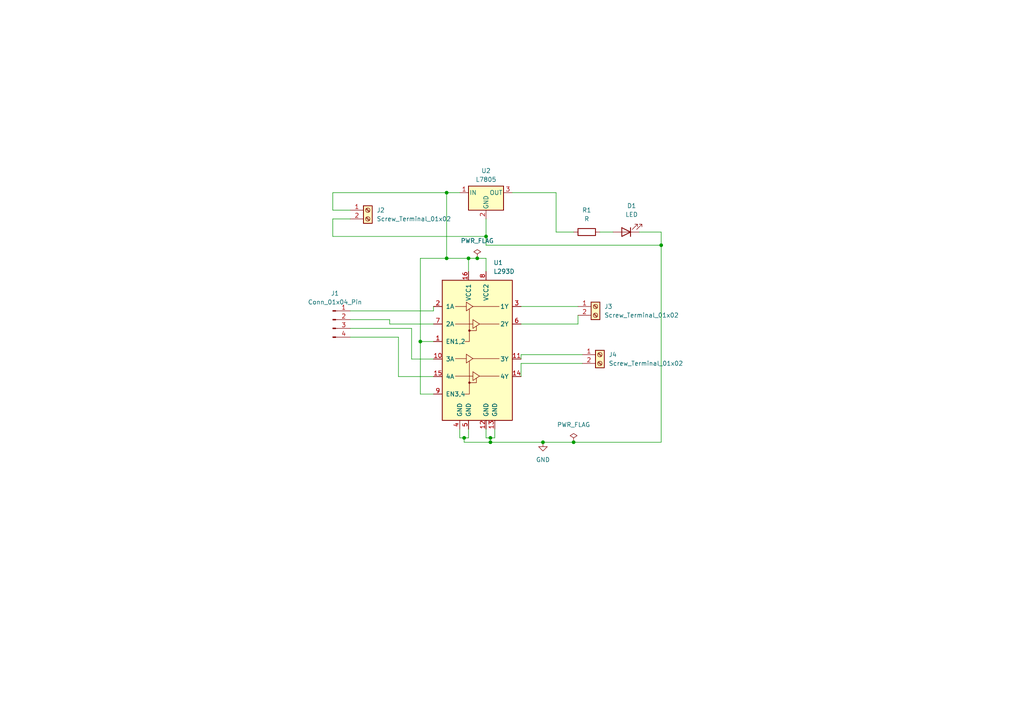
<source format=kicad_sch>
(kicad_sch (version 20250114) (generator "eeschema") (generator_version "9.0")
  (paper "A4")
  (lib_symbols
    (symbol "Connector:Conn_01x04_Pin" (pin_names (offset 1.016) (hide yes))
      (property "Reference" "J" (at 0 5.08 0))
      (property "Value" "Conn_01x04_Pin" (at 0 -7.62 0))
      (symbol "Conn_01x04_Pin_1_1"
        (rectangle (start 0.8636 2.667) (end 0 2.413) (stroke (width 0.1524)) (fill (type outline)))
        (rectangle (start 0.8636 0.127) (end 0 -0.127) (stroke (width 0.1524)) (fill (type outline)))
        (rectangle (start 0.8636 -2.413) (end 0 -2.667) (stroke (width 0.1524)) (fill (type outline)))
        (rectangle (start 0.8636 -4.953) (end 0 -5.207) (stroke (width 0.1524)) (fill (type outline)))
        (polyline (pts (xy 1.27 2.54) (xy 0.8636 2.54)) (stroke (width 0.1524)))
        (polyline (pts (xy 1.27 0) (xy 0.8636 0)) (stroke (width 0.1524)))
        (polyline (pts (xy 1.27 -2.54) (xy 0.8636 -2.54)) (stroke (width 0.1524)))
        (polyline (pts (xy 1.27 -5.08) (xy 0.8636 -5.08)) (stroke (width 0.1524)))
        (pin passive line (at 5.08 2.54 180) (length 3.81) (name "Pin_1") (number "1"))
        (pin passive line (at 5.08 0 180) (length 3.81) (name "Pin_2") (number "2"))
        (pin passive line (at 5.08 -2.54 180) (length 3.81) (name "Pin_3") (number "3"))
        (pin passive line (at 5.08 -5.08 180) (length 3.81) (name "Pin_4") (number "4"))
      )
    )
    (symbol "Connector:Screw_Terminal_01x02" (pin_names (offset 1.016) (hide yes))
      (property "Reference" "J" (at 0 2.54 0))
      (property "Value" "Screw_Terminal_01x02" (at 0 -5.08 0))
      (symbol "Screw_Terminal_01x02_1_1"
        (rectangle (start -1.27 1.27) (end 1.27 -3.81) (stroke (width 0.254)) (fill (type background)))
        (polyline (pts (xy -0.5334 0.3302) (xy 0.3302 -0.508)) (stroke (width 0.1524)))
        (polyline (pts (xy -0.5334 -2.2098) (xy 0.3302 -3.048)) (stroke (width 0.1524)))
        (polyline (pts (xy -0.3556 0.508) (xy 0.508 -0.3302)) (stroke (width 0.1524)))
        (polyline (pts (xy -0.3556 -2.032) (xy 0.508 -2.8702)) (stroke (width 0.1524)))
        (circle (center 0 0) (radius 0.635) (stroke (width 0.1524)))
        (circle (center 0 -2.54) (radius 0.635) (stroke (width 0.1524)))
        (pin passive line (at -5.08 0 0) (length 3.81) (name "Pin_1") (number "1"))
        (pin passive line (at -5.08 -2.54 0) (length 3.81) (name "Pin_2") (number "2"))
      )
    )
    (symbol "Device:LED" (pin_numbers (hide yes)) (pin_names (offset 1.016) (hide yes))
      (property "Reference" "D" (at 0 2.54 0))
      (property "Value" "LED" (at 0 -2.54 0))
      (symbol "LED_0_1"
        (polyline (pts (xy -3.048 -0.762) (xy -4.572 -2.286) (xy -3.81 -2.286) (xy -4.572 -2.286) (xy -4.572 -1.524)))
        (polyline (pts (xy -1.778 -0.762) (xy -3.302 -2.286) (xy -2.54 -2.286) (xy -3.302 -2.286) (xy -3.302 -1.524)))
        (polyline (pts (xy -1.27 0) (xy 1.27 0)))
        (polyline (pts (xy -1.27 -1.27) (xy -1.27 1.27)) (stroke (width 0.254)))
        (polyline (pts (xy 1.27 -1.27) (xy 1.27 1.27) (xy -1.27 0) (xy 1.27 -1.27)) (stroke (width 0.254)))
      )
      (symbol "LED_1_1"
        (pin passive line (at -3.81 0 0) (length 2.54) (name "K") (number "1"))
        (pin passive line (at 3.81 0 180) (length 2.54) (name "A") (number "2"))
      )
    )
    (symbol "Device:R" (pin_numbers (hide yes)) (pin_names (offset 0))
      (property "Reference" "R" (at 2.032 0 90))
      (property "Value" "R" (at 0 0 90))
      (symbol "R_0_1"
        (rectangle (start -1.016 -2.54) (end 1.016 2.54) (stroke (width 0.254)))
      )
      (symbol "R_1_1"
        (pin passive line (at 0 3.81 270) (length 1.27) (name "~") (number "1"))
        (pin passive line (at 0 -3.81 90) (length 1.27) (name "~") (number "2"))
      )
    )
    (symbol "Driver_Motor:L293D" (pin_names (offset 1.016))
      (property "Reference" "U" (at -5.08 26.035 0))
      (property "Value" "L293D" (at -5.08 24.13 0))
      (symbol "L293D_0_1"
        (rectangle (start -10.16 22.86) (end 10.16 -17.78) (stroke (width 0.254)) (fill (type background)))
        (polyline (pts (xy -6.35 15.24) (xy -3.175 15.24)))
        (polyline (pts (xy -6.35 10.16) (xy -1.27 10.16)))
        (polyline (pts (xy -6.35 0.127) (xy -3.175 0.127)))
        (polyline (pts (xy -6.35 -4.953) (xy -1.27 -4.953)))
        (polyline (pts (xy -3.175 16.51) (xy -3.175 13.97) (xy -1.27 15.24) (xy -3.175 16.51)))
        (polyline (pts (xy -3.175 1.397) (xy -3.175 -1.143) (xy -1.27 0.127) (xy -3.175 1.397)))
        (polyline (pts (xy -2.286 14.478) (xy -2.286 5.08) (xy -3.556 5.08)))
        (circle (center -2.286 8.255) (radius 0.254) (fill (type outline)))
        (polyline (pts (xy -2.286 8.255) (xy -0.254 8.255) (xy -0.254 9.525)))
        (polyline (pts (xy -2.286 -0.635) (xy -2.286 -10.16) (xy -3.556 -10.16)))
        (circle (center -2.286 -6.858) (radius 0.254) (fill (type outline)))
        (polyline (pts (xy -2.286 -6.858) (xy -0.254 -6.858) (xy -0.254 -5.588)))
        (polyline (pts (xy -1.27 15.24) (xy 6.35 15.24)))
        (polyline (pts (xy -1.27 11.43) (xy -1.27 8.89) (xy 0.635 10.16) (xy -1.27 11.43)))
        (polyline (pts (xy -1.27 0.127) (xy 6.35 0.127)))
        (polyline (pts (xy -1.27 -3.683) (xy -1.27 -6.223) (xy 0.635 -4.953) (xy -1.27 -3.683)))
        (polyline (pts (xy 0.635 10.16) (xy 6.35 10.16)))
        (polyline (pts (xy 0.635 -4.953) (xy 6.35 -4.953)))
      )
      (symbol "L293D_1_1"
        (pin input line (at -12.7 15.24 0) (length 2.54) (name "1A") (number "2"))
        (pin input line (at -12.7 10.16 0) (length 2.54) (name "2A") (number "7"))
        (pin input line (at -12.7 5.08 0) (length 2.54) (name "EN1,2") (number "1"))
        (pin input line (at -12.7 0 0) (length 2.54) (name "3A") (number "10"))
        (pin input line (at -12.7 -5.08 0) (length 2.54) (name "4A") (number "15"))
        (pin input line (at -12.7 -10.16 0) (length 2.54) (name "EN3,4") (number "9"))
        (pin power_in line (at -5.08 -20.32 90) (length 2.54) (name "GND") (number "4"))
        (pin power_in line (at -2.54 25.4 270) (length 2.54) (name "VCC1") (number "16"))
        (pin power_in line (at -2.54 -20.32 90) (length 2.54) (name "GND") (number "5"))
        (pin power_in line (at 2.54 25.4 270) (length 2.54) (name "VCC2") (number "8"))
        (pin power_in line (at 2.54 -20.32 90) (length 2.54) (name "GND") (number "12"))
        (pin power_in line (at 5.08 -20.32 90) (length 2.54) (name "GND") (number "13"))
        (pin output line (at 12.7 15.24 180) (length 2.54) (name "1Y") (number "3"))
        (pin output line (at 12.7 10.16 180) (length 2.54) (name "2Y") (number "6"))
        (pin output line (at 12.7 0 180) (length 2.54) (name "3Y") (number "11"))
        (pin output line (at 12.7 -5.08 180) (length 2.54) (name "4Y") (number "14"))
      )
    )
    (symbol "Regulator_Linear:L7805" (pin_names (offset 0.254))
      (property "Reference" "U" (at -3.81 3.175 0))
      (property "Value" "L7805" (at 0 3.175 0))
      (symbol "L7805_0_1"
        (rectangle (start -5.08 1.905) (end 5.08 -5.08) (stroke (width 0.254)) (fill (type background)))
      )
      (symbol "L7805_1_1"
        (pin power_in line (at -7.62 0 0) (length 2.54) (name "IN") (number "1"))
        (pin power_in line (at 0 -7.62 90) (length 2.54) (name "GND") (number "2"))
        (pin power_out line (at 7.62 0 180) (length 2.54) (name "OUT") (number "3"))
      )
    )
    (symbol "power:GND" (power) (pin_numbers (hide yes)) (pin_names (offset 0) (hide yes))
      (property "Value" "GND" (at 0 -3.81 0))
      (symbol "GND_0_1"
        (polyline (pts (xy 0 0) (xy 0 -1.27) (xy 1.27 -1.27) (xy 0 -2.54) (xy -1.27 -1.27) (xy 0 -1.27)))
      )
      (symbol "GND_1_1"
        (pin power_in line (at 0 0 270) (length 0) (name "~") (number "1"))
      )
    )
    (symbol "power:PWR_FLAG" (power) (pin_numbers (hide yes)) (pin_names (offset 0) (hide yes))
      (property "Value" "PWR_FLAG" (at 0 3.81 0))
      (symbol "PWR_FLAG_0_0"
        (pin power_out line (at 0 0 90) (length 0) (name "~") (number "1"))
      )
      (symbol "PWR_FLAG_0_1"
        (polyline (pts (xy 0 0) (xy 0 1.27) (xy -1.016 1.905) (xy 0 2.54) (xy 1.016 1.905) (xy 0 1.27)))
      )
    )
  )
  (junction (at 121.92 99.06))
  (junction (at 135.89 74.93))
  (junction (at 138.43 74.93))
  (junction (at 142.24 127))
  (junction (at 129.54 55.88))
  (junction (at 142.24 128.27))
  (junction (at 140.97 68.58))
  (junction (at 166.37 128.27))
  (junction (at 129.54 74.93))
  (junction (at 191.77 71.12))
  (junction (at 157.48 128.27))
  (junction (at 134.62 127))
  (wire (pts (xy 135.89 74.93) (xy 135.89 78.74)))
  (wire (pts (xy 129.54 74.93) (xy 121.92 74.93)))
  (wire (pts (xy 96.52 60.96) (xy 96.52 55.88)))
  (wire (pts (xy 168.91 105.41) (xy 151.13 105.41)))
  (wire (pts (xy 166.37 128.27) (xy 157.48 128.27)))
  (wire (pts (xy 133.35 124.46) (xy 133.35 127)))
  (wire (pts (xy 161.29 67.31) (xy 166.37 67.31)))
  (wire (pts (xy 148.59 55.88) (xy 161.29 55.88)))
  (wire (pts (xy 101.6 97.79) (xy 115.57 97.79)))
  (wire (pts (xy 185.42 67.31) (xy 191.77 67.31)))
  (wire (pts (xy 140.97 124.46) (xy 140.97 127)))
  (wire (pts (xy 101.6 60.96) (xy 96.52 60.96)))
  (wire (pts (xy 140.97 63.5) (xy 140.97 68.58)))
  (wire (pts (xy 121.92 114.3) (xy 121.92 99.06)))
  (wire (pts (xy 134.62 127) (xy 135.89 127)))
  (wire (pts (xy 119.38 95.25) (xy 119.38 104.14)))
  (wire (pts (xy 191.77 128.27) (xy 166.37 128.27)))
  (wire (pts (xy 101.6 92.71) (xy 113.03 92.71)))
  (wire (pts (xy 173.99 67.31) (xy 177.8 67.31)))
  (wire (pts (xy 140.97 71.12) (xy 140.97 68.58)))
  (wire (pts (xy 119.38 104.14) (xy 125.73 104.14)))
  (wire (pts (xy 151.13 102.87) (xy 151.13 104.14)))
  (wire (pts (xy 168.91 102.87) (xy 151.13 102.87)))
  (wire (pts (xy 142.24 127) (xy 142.24 128.27)))
  (wire (pts (xy 96.52 63.5) (xy 96.52 68.58)))
  (wire (pts (xy 140.97 78.74) (xy 140.97 74.93)))
  (wire (pts (xy 191.77 67.31) (xy 191.77 71.12)))
  (wire (pts (xy 129.54 55.88) (xy 129.54 74.93)))
  (wire (pts (xy 115.57 97.79) (xy 115.57 109.22)))
  (wire (pts (xy 133.35 127) (xy 134.62 127)))
  (wire (pts (xy 151.13 105.41) (xy 151.13 109.22)))
  (wire (pts (xy 140.97 74.93) (xy 138.43 74.93)))
  (wire (pts (xy 135.89 127) (xy 135.89 124.46)))
  (wire (pts (xy 191.77 71.12) (xy 191.77 128.27)))
  (wire (pts (xy 142.24 127) (xy 143.51 127)))
  (wire (pts (xy 140.97 127) (xy 142.24 127)))
  (wire (pts (xy 121.92 74.93) (xy 121.92 99.06)))
  (wire (pts (xy 101.6 95.25) (xy 119.38 95.25)))
  (wire (pts (xy 125.73 93.98) (xy 113.03 93.98)))
  (wire (pts (xy 151.13 88.9) (xy 167.64 88.9)))
  (wire (pts (xy 96.52 68.58) (xy 140.97 68.58)))
  (wire (pts (xy 115.57 109.22) (xy 125.73 109.22)))
  (wire (pts (xy 129.54 55.88) (xy 133.35 55.88)))
  (wire (pts (xy 135.89 74.93) (xy 129.54 74.93)))
  (wire (pts (xy 121.92 99.06) (xy 125.73 99.06)))
  (wire (pts (xy 134.62 127) (xy 134.62 128.27)))
  (wire (pts (xy 138.43 74.93) (xy 135.89 74.93)))
  (wire (pts (xy 96.52 55.88) (xy 129.54 55.88)))
  (wire (pts (xy 125.73 90.17) (xy 125.73 88.9)))
  (wire (pts (xy 151.13 93.98) (xy 167.64 93.98)))
  (wire (pts (xy 143.51 124.46) (xy 143.51 127)))
  (wire (pts (xy 125.73 114.3) (xy 121.92 114.3)))
  (wire (pts (xy 157.48 128.27) (xy 142.24 128.27)))
  (wire (pts (xy 113.03 93.98) (xy 113.03 92.71)))
  (wire (pts (xy 142.24 128.27) (xy 134.62 128.27)))
  (wire (pts (xy 161.29 55.88) (xy 161.29 67.31)))
  (wire (pts (xy 101.6 63.5) (xy 96.52 63.5)))
  (wire (pts (xy 191.77 71.12) (xy 140.97 71.12)))
  (wire (pts (xy 101.6 90.17) (xy 125.73 90.17)))
  (wire (pts (xy 167.64 93.98) (xy 167.64 91.44)))
  (symbol (lib_id "Device:LED") (at 181.61 67.31 180) (unit 1)
    (property "Reference" "D1" (at 183.1975 59.69 0))
    (property "Value" "LED" (at 183.1975 62.23 0))
    (property "Footprint" "LED_THT:LED_D3.0mm" (effects (hide yes)))
    (property "Description" "Light emitting diode" (effects (hide yes)))
    (property "Sim.Pins" "1=K 2=A" (effects (hide yes)))
  )
  (symbol (lib_id "Driver_Motor:L293D") (at 138.43 104.14 0) (unit 1)
    (property "Reference" "U1" (at 143.1133 76.2 0) (effects (justify left)))
    (property "Value" "L293D" (at 143.1133 78.74 0) (effects (justify left)))
    (property "Footprint" "Package_DIP:DIP-16_W7.62mm" (effects (hide yes)))
    (property "Datasheet" "http://www.ti.com/lit/ds/symlink/l293.pdf" (effects (hide yes)))
    (property "Description" "Quadruple Half-H Drivers" (effects (hide yes)))
  )
  (symbol (lib_id "power:GND") (at 157.48 128.27 0) (unit 1)
    (property "Reference" "#PWR01" (effects (hide yes)))
    (property "Value" "GND" (at 157.48 133.35 0))
    (property "Description" "Power symbol creates a global label with name \"GND\" , ground" (effects (hide yes)))
  )
  (symbol (lib_id "power:PWR_FLAG") (at 138.43 74.93 0) (unit 1)
    (property "Reference" "#FLG02" (effects (hide yes)))
    (property "Value" "PWR_FLAG" (at 138.43 69.85 0))
    (property "Description" "Special symbol for telling ERC where power comes from" (effects (hide yes)))
  )
  (symbol (lib_id "Connector:Screw_Terminal_01x02") (at 172.72 88.9 0) (unit 1)
    (property "Reference" "J3" (at 175.26 88.8999 0) (effects (justify left)))
    (property "Value" "Screw_Terminal_01x02" (at 175.26 91.4399 0) (effects (justify left)))
    (property "Footprint" "TerminalBlock_Phoenix:TerminalBlock_Phoenix_MKDS-1,5-2-5.08_1x02_P5.08mm_Horizontal" (effects (hide yes)))
    (property "Description" "Generic screw terminal, single row, 01x02, script generated (kicad-library-utils/schlib/autogen/connector/)" (effects (hide yes)))
  )
  (symbol (lib_id "Connector:Screw_Terminal_01x02") (at 106.68 60.96 0) (unit 1)
    (property "Reference" "J2" (at 109.22 60.9599 0) (effects (justify left)))
    (property "Value" "Screw_Terminal_01x02" (at 109.22 63.4999 0) (effects (justify left)))
    (property "Footprint" "TerminalBlock_Phoenix:TerminalBlock_Phoenix_MKDS-1,5-2-5.08_1x02_P5.08mm_Horizontal" (effects (hide yes)))
    (property "Description" "Generic screw terminal, single row, 01x02, script generated (kicad-library-utils/schlib/autogen/connector/)" (effects (hide yes)))
  )
  (symbol (lib_id "Device:R") (at 170.18 67.31 90) (unit 1)
    (property "Reference" "R1" (at 170.18 60.96 90))
    (property "Value" "R" (at 170.18 63.5 90))
    (property "Footprint" "Resistor_THT:R_Axial_DIN0204_L3.6mm_D1.6mm_P5.08mm_Horizontal" (effects (hide yes)))
    (property "Description" "Resistor" (effects (hide yes)))
  )
  (symbol (lib_id "Connector:Screw_Terminal_01x02") (at 173.99 102.87 0) (unit 1)
    (property "Reference" "J4" (at 176.53 102.8699 0) (effects (justify left)))
    (property "Value" "Screw_Terminal_01x02" (at 176.53 105.4099 0) (effects (justify left)))
    (property "Footprint" "TerminalBlock_Phoenix:TerminalBlock_Phoenix_MKDS-1,5-2-5.08_1x02_P5.08mm_Horizontal" (effects (hide yes)))
    (property "Description" "Generic screw terminal, single row, 01x02, script generated (kicad-library-utils/schlib/autogen/connector/)" (effects (hide yes)))
  )
  (symbol (lib_id "power:PWR_FLAG") (at 166.37 128.27 0) (unit 1)
    (property "Reference" "#FLG01" (effects (hide yes)))
    (property "Value" "PWR_FLAG" (at 166.37 123.19 0))
    (property "Description" "Special symbol for telling ERC where power comes from" (effects (hide yes)))
  )
  (symbol (lib_id "Connector:Conn_01x04_Pin") (at 96.52 92.71 0) (unit 1)
    (property "Reference" "J1" (at 97.155 85.09 0))
    (property "Value" "Conn_01x04_Pin" (at 97.155 87.63 0))
    (property "Footprint" "Connector:FanPinHeader_1x04_P2.54mm_Vertical" (effects (hide yes)))
    (property "Description" "Generic connector, single row, 01x04, script generated" (effects (hide yes)))
  )
  (symbol (lib_id "Regulator_Linear:L7805") (at 140.97 55.88 0) (unit 1)
    (property "Reference" "U2" (at 140.97 49.53 0))
    (property "Value" "L7805" (at 140.97 52.07 0))
    (property "Footprint" "Package_TO_SOT_THT:TO-220-3_Vertical" (effects (hide yes)))
    (property "Datasheet" "http://www.st.com/content/ccc/resource/technical/document/datasheet/41/4f/b3/b0/12/d4/47/88/CD00000444.pdf/files/CD00000444.pdf/jcr:content/translations/en.CD00000444.pdf" (effects (hide yes)))
    (property "Description" "Positive 1.5A 35V Linear Regulator, Fixed Output 5V, TO-220/TO-263/TO-252" (effects (hide yes)))
  )
)
</source>
